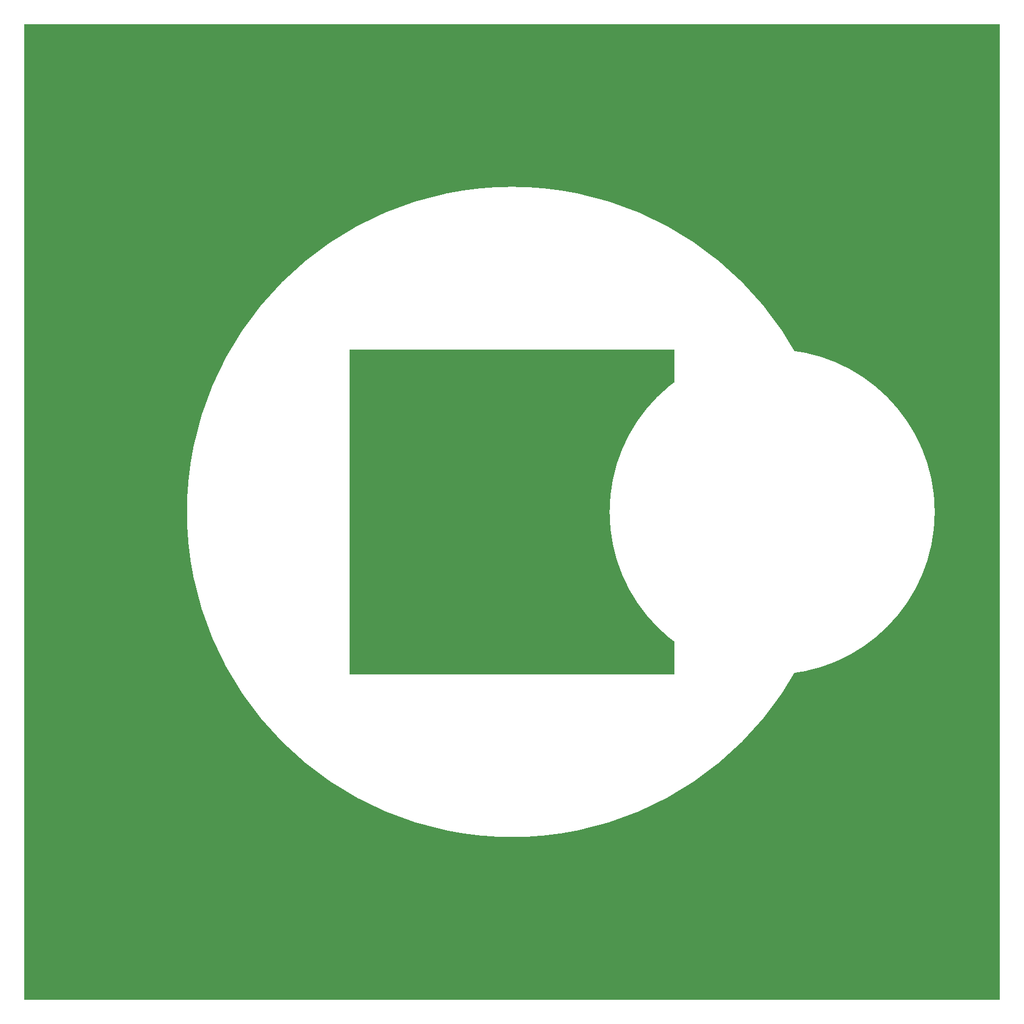
<source format=gbr>
G04 This file illustrates how to use levels to create holes*
%FSLAX25Y25*%
%MOMM*%
G01*
G04 First level: big square - dark polarity*
%LPD*%
G36*
X2500000Y2500000D02*
X17500000D01*
Y17500000D01*
X2500000D01*
Y2500000D01*
G37*
G04 Second level: big circle - clear polarity*
%LPC*%
G36*
G75*
X5000000Y10000000D02*
G03*
X5000000Y10000000I5000000J0D01*
G37*
G04 Third level: small square - dark polarity*
%LPD*%
G36*
X7500000Y7500000D02*
X12500000D01*
Y12500000D01*
X7500000D01*
Y7500000D01*
G37*
G04 Fourth level: small circle - clear polarity*
%LPC*%
G36*
G75*
X11500000Y10000000D02*
G03*
X11500000Y10000000I2500000J0D01*
G37*
M02*

</source>
